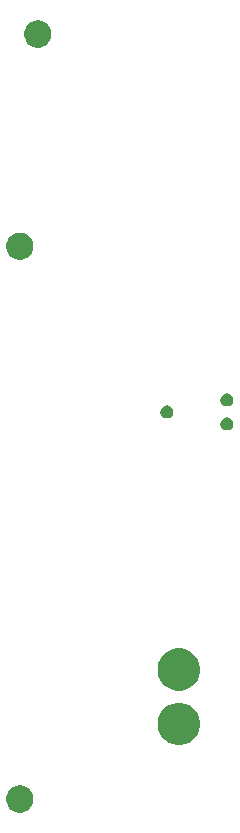
<source format=gbs>
G04 #@! TF.GenerationSoftware,KiCad,Pcbnew,5.0.1*
G04 #@! TF.CreationDate,2018-12-05T15:45:31-06:00*
G04 #@! TF.ProjectId,chrimbus,636872696D6275732E6B696361645F70,rev?*
G04 #@! TF.SameCoordinates,Original*
G04 #@! TF.FileFunction,Soldermask,Bot*
G04 #@! TF.FilePolarity,Negative*
%FSLAX46Y46*%
G04 Gerber Fmt 4.6, Leading zero omitted, Abs format (unit mm)*
G04 Created by KiCad (PCBNEW 5.0.1) date Wed 05 Dec 2018 03:45:31 PM CST*
%MOMM*%
%LPD*%
G01*
G04 APERTURE LIST*
%ADD10C,0.100000*%
G04 APERTURE END LIST*
D10*
G36*
X165943734Y-121067232D02*
X166153202Y-121153996D01*
X166341723Y-121279962D01*
X166502038Y-121440277D01*
X166628004Y-121628798D01*
X166714768Y-121838266D01*
X166759000Y-122060635D01*
X166759000Y-122287365D01*
X166714768Y-122509734D01*
X166628004Y-122719202D01*
X166502038Y-122907723D01*
X166341723Y-123068038D01*
X166153202Y-123194004D01*
X165943734Y-123280768D01*
X165721365Y-123325000D01*
X165494635Y-123325000D01*
X165272266Y-123280768D01*
X165062798Y-123194004D01*
X164874277Y-123068038D01*
X164713962Y-122907723D01*
X164587996Y-122719202D01*
X164501232Y-122509734D01*
X164457000Y-122287365D01*
X164457000Y-122060635D01*
X164501232Y-121838266D01*
X164587996Y-121628798D01*
X164713962Y-121440277D01*
X164874277Y-121279962D01*
X165062798Y-121153996D01*
X165272266Y-121067232D01*
X165494635Y-121023000D01*
X165721365Y-121023000D01*
X165943734Y-121067232D01*
X165943734Y-121067232D01*
G37*
G36*
X179595331Y-114092211D02*
X179923092Y-114227974D01*
X180218073Y-114425074D01*
X180468926Y-114675927D01*
X180666026Y-114970908D01*
X180801789Y-115298669D01*
X180871000Y-115646616D01*
X180871000Y-116001384D01*
X180801789Y-116349331D01*
X180666026Y-116677092D01*
X180468926Y-116972073D01*
X180218073Y-117222926D01*
X179923092Y-117420026D01*
X179595331Y-117555789D01*
X179247384Y-117625000D01*
X178892616Y-117625000D01*
X178544669Y-117555789D01*
X178216908Y-117420026D01*
X177921927Y-117222926D01*
X177671074Y-116972073D01*
X177473974Y-116677092D01*
X177338211Y-116349331D01*
X177269000Y-116001384D01*
X177269000Y-115646616D01*
X177338211Y-115298669D01*
X177473974Y-114970908D01*
X177671074Y-114675927D01*
X177921927Y-114425074D01*
X178216908Y-114227974D01*
X178544669Y-114092211D01*
X178892616Y-114023000D01*
X179247384Y-114023000D01*
X179595331Y-114092211D01*
X179595331Y-114092211D01*
G37*
G36*
X179595331Y-109492211D02*
X179923092Y-109627974D01*
X180218073Y-109825074D01*
X180468926Y-110075927D01*
X180666026Y-110370908D01*
X180801789Y-110698669D01*
X180871000Y-111046616D01*
X180871000Y-111401384D01*
X180801789Y-111749331D01*
X180666026Y-112077092D01*
X180468926Y-112372073D01*
X180218073Y-112622926D01*
X179923092Y-112820026D01*
X179595331Y-112955789D01*
X179247384Y-113025000D01*
X178892616Y-113025000D01*
X178544669Y-112955789D01*
X178216908Y-112820026D01*
X177921927Y-112622926D01*
X177671074Y-112372073D01*
X177473974Y-112077092D01*
X177338211Y-111749331D01*
X177269000Y-111401384D01*
X177269000Y-111046616D01*
X177338211Y-110698669D01*
X177473974Y-110370908D01*
X177671074Y-110075927D01*
X177921927Y-109825074D01*
X178216908Y-109627974D01*
X178544669Y-109492211D01*
X178892616Y-109423000D01*
X179247384Y-109423000D01*
X179595331Y-109492211D01*
X179595331Y-109492211D01*
G37*
G36*
X183294721Y-89894174D02*
X183394995Y-89935709D01*
X183485245Y-89996012D01*
X183561988Y-90072755D01*
X183622291Y-90163005D01*
X183663826Y-90263279D01*
X183685000Y-90369730D01*
X183685000Y-90478270D01*
X183663826Y-90584721D01*
X183622291Y-90684995D01*
X183561988Y-90775245D01*
X183485245Y-90851988D01*
X183394995Y-90912291D01*
X183294721Y-90953826D01*
X183188270Y-90975000D01*
X183079730Y-90975000D01*
X182973279Y-90953826D01*
X182873005Y-90912291D01*
X182782755Y-90851988D01*
X182706012Y-90775245D01*
X182645709Y-90684995D01*
X182604174Y-90584721D01*
X182583000Y-90478270D01*
X182583000Y-90369730D01*
X182604174Y-90263279D01*
X182645709Y-90163005D01*
X182706012Y-90072755D01*
X182782755Y-89996012D01*
X182873005Y-89935709D01*
X182973279Y-89894174D01*
X183079730Y-89873000D01*
X183188270Y-89873000D01*
X183294721Y-89894174D01*
X183294721Y-89894174D01*
G37*
G36*
X178214721Y-88878174D02*
X178314995Y-88919709D01*
X178405245Y-88980012D01*
X178481988Y-89056755D01*
X178542291Y-89147005D01*
X178583826Y-89247279D01*
X178605000Y-89353730D01*
X178605000Y-89462270D01*
X178583826Y-89568721D01*
X178542291Y-89668995D01*
X178481988Y-89759245D01*
X178405245Y-89835988D01*
X178314995Y-89896291D01*
X178214721Y-89937826D01*
X178108270Y-89959000D01*
X177999730Y-89959000D01*
X177893279Y-89937826D01*
X177793005Y-89896291D01*
X177702755Y-89835988D01*
X177626012Y-89759245D01*
X177565709Y-89668995D01*
X177524174Y-89568721D01*
X177503000Y-89462270D01*
X177503000Y-89353730D01*
X177524174Y-89247279D01*
X177565709Y-89147005D01*
X177626012Y-89056755D01*
X177702755Y-88980012D01*
X177793005Y-88919709D01*
X177893279Y-88878174D01*
X177999730Y-88857000D01*
X178108270Y-88857000D01*
X178214721Y-88878174D01*
X178214721Y-88878174D01*
G37*
G36*
X183294721Y-87862174D02*
X183394995Y-87903709D01*
X183485245Y-87964012D01*
X183561988Y-88040755D01*
X183622291Y-88131005D01*
X183663826Y-88231279D01*
X183685000Y-88337730D01*
X183685000Y-88446270D01*
X183663826Y-88552721D01*
X183622291Y-88652995D01*
X183561988Y-88743245D01*
X183485245Y-88819988D01*
X183394995Y-88880291D01*
X183294721Y-88921826D01*
X183188270Y-88943000D01*
X183079730Y-88943000D01*
X182973279Y-88921826D01*
X182873005Y-88880291D01*
X182782755Y-88819988D01*
X182706012Y-88743245D01*
X182645709Y-88652995D01*
X182604174Y-88552721D01*
X182583000Y-88446270D01*
X182583000Y-88337730D01*
X182604174Y-88231279D01*
X182645709Y-88131005D01*
X182706012Y-88040755D01*
X182782755Y-87964012D01*
X182873005Y-87903709D01*
X182973279Y-87862174D01*
X183079730Y-87841000D01*
X183188270Y-87841000D01*
X183294721Y-87862174D01*
X183294721Y-87862174D01*
G37*
G36*
X165943734Y-74257232D02*
X166153202Y-74343996D01*
X166341723Y-74469962D01*
X166502038Y-74630277D01*
X166628004Y-74818798D01*
X166714768Y-75028266D01*
X166759000Y-75250635D01*
X166759000Y-75477365D01*
X166714768Y-75699734D01*
X166628004Y-75909202D01*
X166502038Y-76097723D01*
X166341723Y-76258038D01*
X166153202Y-76384004D01*
X165943734Y-76470768D01*
X165721365Y-76515000D01*
X165494635Y-76515000D01*
X165272266Y-76470768D01*
X165062798Y-76384004D01*
X164874277Y-76258038D01*
X164713962Y-76097723D01*
X164587996Y-75909202D01*
X164501232Y-75699734D01*
X164457000Y-75477365D01*
X164457000Y-75250635D01*
X164501232Y-75028266D01*
X164587996Y-74818798D01*
X164713962Y-74630277D01*
X164874277Y-74469962D01*
X165062798Y-74343996D01*
X165272266Y-74257232D01*
X165494635Y-74213000D01*
X165721365Y-74213000D01*
X165943734Y-74257232D01*
X165943734Y-74257232D01*
G37*
G36*
X167467734Y-56297232D02*
X167677202Y-56383996D01*
X167865723Y-56509962D01*
X168026038Y-56670277D01*
X168152004Y-56858798D01*
X168238768Y-57068266D01*
X168283000Y-57290635D01*
X168283000Y-57517365D01*
X168238768Y-57739734D01*
X168152004Y-57949202D01*
X168026038Y-58137723D01*
X167865723Y-58298038D01*
X167677202Y-58424004D01*
X167467734Y-58510768D01*
X167245365Y-58555000D01*
X167018635Y-58555000D01*
X166796266Y-58510768D01*
X166586798Y-58424004D01*
X166398277Y-58298038D01*
X166237962Y-58137723D01*
X166111996Y-57949202D01*
X166025232Y-57739734D01*
X165981000Y-57517365D01*
X165981000Y-57290635D01*
X166025232Y-57068266D01*
X166111996Y-56858798D01*
X166237962Y-56670277D01*
X166398277Y-56509962D01*
X166586798Y-56383996D01*
X166796266Y-56297232D01*
X167018635Y-56253000D01*
X167245365Y-56253000D01*
X167467734Y-56297232D01*
X167467734Y-56297232D01*
G37*
M02*

</source>
